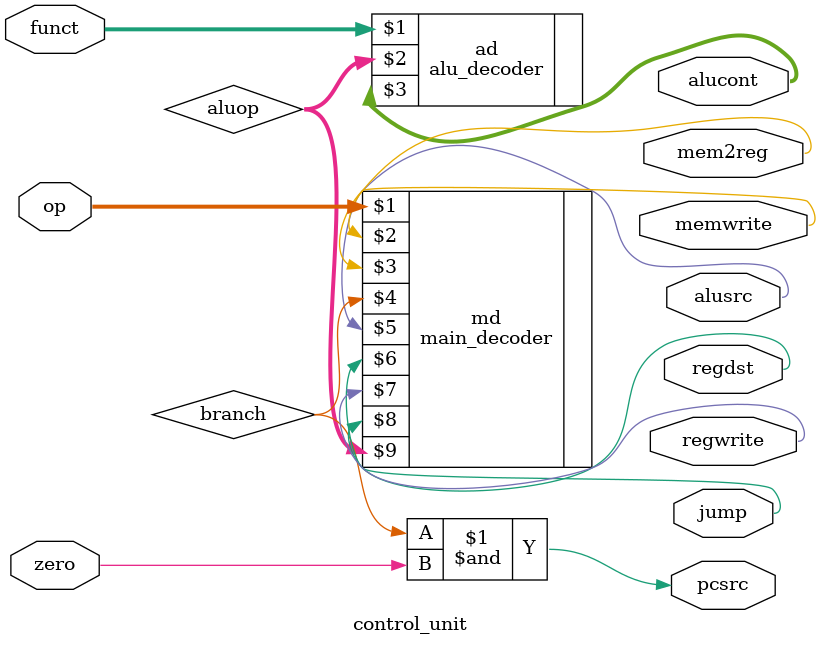
<source format=v>
`timescale 1ns / 1ps


module control_unit(
    input [5:0] op, funct,
    input zero,
    output mem2reg,memwrite,
    output pcsrc,alusrc,
    output regdst,regwrite,
    output jump,
    output [2:0] alucont
    );
    
    wire [1:0] aluop;
    wire branch;
    
    main_decoder md(op, mem2reg, memwrite, branch, alusrc,regdst, regwrite,jump, aluop);
    alu_decoder ad(funct, aluop, alucont);
    
    assign pcsrc=branch&zero;
    
endmodule

</source>
